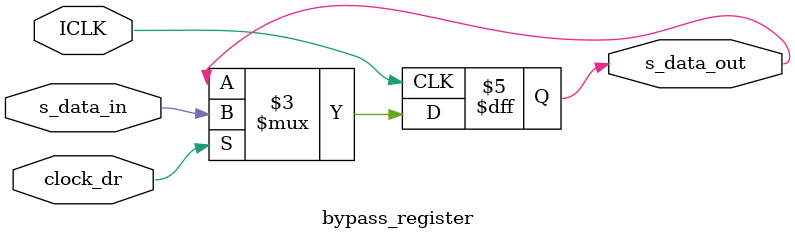
<source format=v>
module bypass_register
( 
    input           s_data_in,
    input           clock_dr,
    input           ICLK,
    output  reg     s_data_out
);
    always @(posedge ICLK)
        if  (clock_dr==1'b1)
            s_data_out<=s_data_in;
endmodule

</source>
